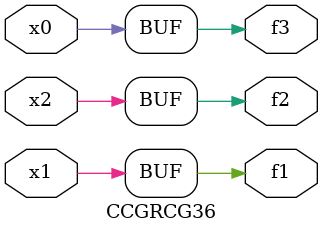
<source format=v>
module CCGRCG36(
	input x0, x1, x2,
	output f1, f2, f3
);
	assign f1 = x1;
	assign f2 = x2;
	assign f3 = x0;
endmodule

</source>
